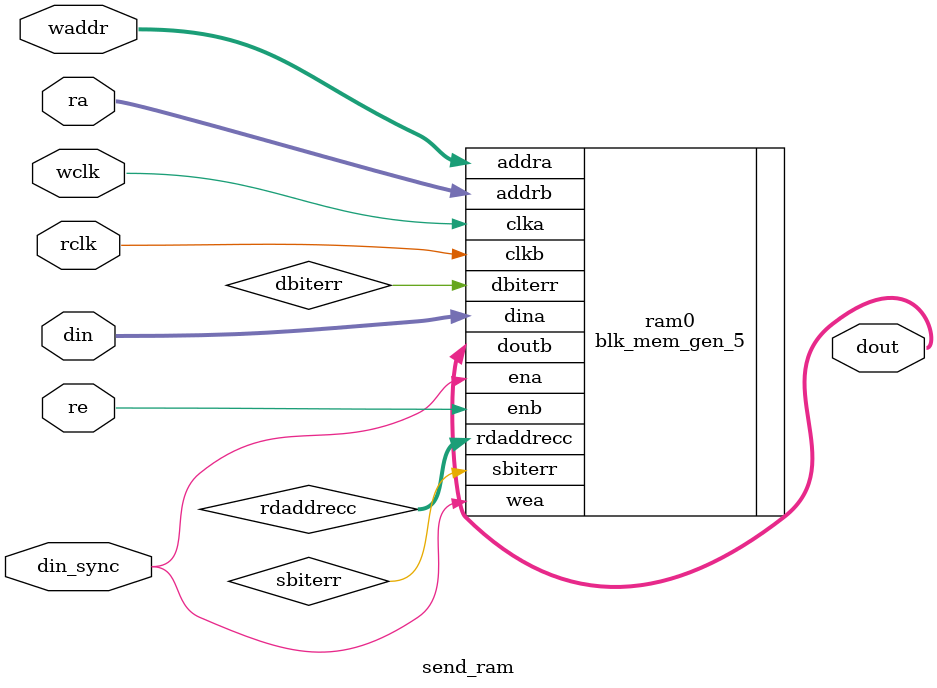
<source format=v>
`timescale 1ns / 1ps

module send_ram(
wclk,
waddr,
din_sync,
din,
rclk,
re,
ra,
dout
    );

input wclk;
input [13:0]waddr;
input din_sync;
input [15:0]din;
input rclk;
input re;
input [13:0]ra;
output [15:0]dout;

wire sbiterr,dbiterr;
wire [13:0]rdaddrecc;

blk_mem_gen_5 ram0(
.clka(wclk),
.ena(din_sync),
.wea(din_sync),
.addra(waddr),
.dina(din),
.clkb(rclk),
.enb(re),
.addrb(ra),
.doutb(dout),
.sbiterr(sbiterr),
.dbiterr(dbiterr),
.rdaddrecc(rdaddrecc)
);
endmodule

</source>
